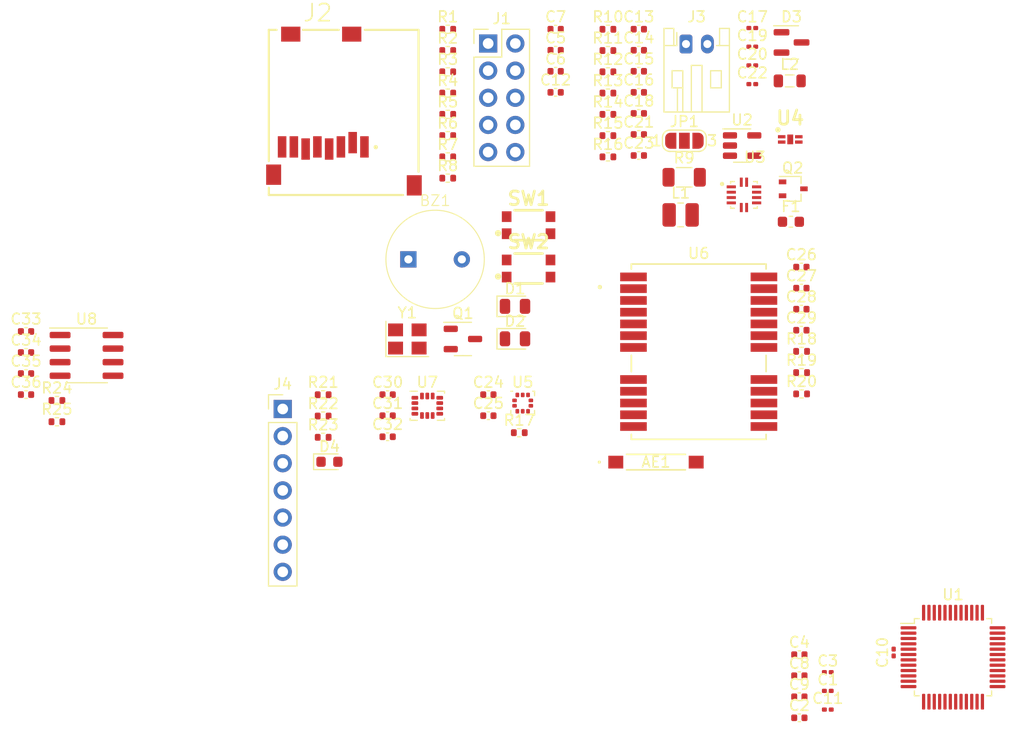
<source format=kicad_pcb>
(kicad_pcb (version 20221018) (generator pcbnew)
  (layers (0 "F.Cu" signal) (31 "B.Cu" signal) (34 "B.Paste" user) (35 "F.Paste" user) (36 "B.SilkS" user "B.Silkscreen") (37 "F.SilkS" user "F.Silkscreen") (38 "B.Mask" user) (39 "F.Mask" user) (44 "Edge.Cuts" user))
  (net 0 "")
  (net 1 "Net-(AE1-FEED)")
  (net 3 "Net-(BZ1--)")
  (net 4 "Net-(BZ1-+)")
  (net 5 "Net-(U1B-VCAP)")
  (net 6 "GND")
  (net 7 "Net-(U1A-PA1{slash}OSCIN)")
  (net 8 "Net-(U1A-PA2{slash}OSCOUT)")
  (net 9 "/Microcontroller/NRST")
  (net 10 "Net-(U2--)")
  (net 11 "Net-(U2-+)")
  (net 12 "/Power/BAT_GND")
  (net 13 "/Microcontroller/I_{SENSE}")
  (net 14 "/Power/3V3A")
  (net 15 "Net-(JP1-B)")
  (net 16 "Net-(U3-SS)")
  (net 17 "/Microcontroller/3V3D")
  (net 18 "/1V8A")
  (net 19 "Net-(U6-TXD)")
  (net 20 "Net-(U6-RXD)")
  (net 21 "Net-(D1-A)")
  (net 22 "Net-(D2-A)")
  (net 23 "Net-(D3-K)")
  (net 24 "/Radio/AUX")
  (net 25 "Net-(D4-A)")
  (net 26 "Net-(J3-Pin_1)")
  (net 28 "/Microcontroller/SWIM")
  (net 33 "/Microcontroller/SPI_NSS")
  (net 34 "/Microcontroller/SPI_MOSI")
  (net 35 "/Microcontroller/SPI_SCK")
  (net 36 "/Microcontroller/SPI_MISO")
  (net 40 "/RADIO_M0")
  (net 41 "/RADIO_M1")
  (net 42 "/RADIO_RXD")
  (net 43 "/RADIO_TXD")
  (net 44 "Net-(JP1-C)")
  (net 45 "Net-(U3-L2)")
  (net 46 "Net-(U3-L1)")
  (net 47 "Net-(Q1-B)")
  (net 48 "/Power/I_{sense_raw}")
  (net 49 "/Microcontroller/LED_GREEN")
  (net 50 "/Microcontroller/LED_RED")
  (net 51 "/Microcontroller/BUTTON")
  (net 52 "/SDA")
  (net 53 "/SCL")
  (net 54 "/Microcontroller/BUZZER_INDICATOR")
  (net 55 "/Microcontroller/VBATT_{SENSE}")
  (net 56 "/Power/PGOOD")
  (net 57 "/PRESSURE_INT")
  (net 58 "/GPS/PPS")
  (net 59 "Net-(U6-PPS)")
  (net 60 "/GPS_RXD")
  (net 61 "/GPS_TXD")
  (net 75 "/IMU_FSYNC")
  (net 76 "/IMU_INT")
  (net 95 "/IMU/INT2")
  (net 96 "/Temperature sensor/3V3D")
  (net 97 "Net-(U8-T+)")
  (net 98 "Net-(U8-T-)")
  (net 99 "/Temperature sensor/T+")
  (net 100 "/Temperature sensor/T-")
  (net 101 "/Temperature sensor/SPI_SCK")
  (net 102 "/Temperature sensor/SPI_NSS")
  (net 103 "/Temperature sensor/SPI_MISO")
  (footprint "Resistor_SMD:R_0402_1005Metric" (layer "F.Cu") (at 164.85 101.37)
    (fp_text reference "R22" (at 0 -1.17) (layer "F.SilkS"))
    (fp_text value "150R")
    (pad "1" smd roundrect (at -0.51 0) (size 0.54 0.64) (layers "F.Cu" "F.Paste" "F.Mask") (net 25 "Net-(D4-A)"))
    (pad "2" smd roundrect (at 0.51 0) (size 0.54 0.64) (layers "F.Cu" "F.Paste" "F.Mask") (net 17 "/Microcontroller/3V3D"))
  )
  (footprint "Inductor_SMD:L_1008_2520Metric" (layer "F.Cu") (at 198.28 82.55)
    (fp_text reference "L1" (at 0 -2.05) (layer "F.SilkS"))
    (fp_text value "1.5uH")
    (pad "1" smd roundrect (at -1.075 0) (size 1.25 2.2) (layers "F.Cu" "F.Paste" "F.Mask") (roundrect_rratio 0.2) (net 45 "Net-(U3-L2)"))
    (pad "2" smd roundrect (at 1.075 0) (size 1.25 2.2) (layers "F.Cu" "F.Paste" "F.Mask") (roundrect_rratio 0.2) (net 46 "Net-(U3-L1)"))
  )
  (footprint "Resistor_SMD:R_0402_1005Metric" (layer "F.Cu") (at 191.48 71.15)
    (fp_text reference "R13" (at 0 -1.17) (layer "F.SilkS"))
    (fp_text value "68k")
    (pad "1" smd roundrect (at -0.51 0) (size 0.54 0.64) (layers "F.Cu" "F.Paste" "F.Mask") (net 10 "Net-(U2--)"))
    (pad "2" smd roundrect (at 0.51 0) (size 0.54 0.64) (layers "F.Cu" "F.Paste" "F.Mask") (net 13 "/Microcontroller/I_{SENSE}"))
  )
  (footprint "Resistor_SMD:R_0402_1005Metric" (layer "F.Cu") (at 176.5 73.14)
    (fp_text reference "R5" (at 0 -1.17) (layer "F.SilkS"))
    (fp_text value "4.7k")
    (pad "1" smd roundrect (at -0.51 0) (size 0.54 0.64) (layers "F.Cu" "F.Paste" "F.Mask") (net 17 "/Microcontroller/3V3D"))
    (pad "2" smd roundrect (at 0.51 0) (size 0.54 0.64) (layers "F.Cu" "F.Paste" "F.Mask") (net 53 "/SCL"))
  )
  (footprint "my_footprints:ANT_ANT8010LL05R1516A_PUL" (layer "F.Cu") (at 195.9733 105.6821)
    (fp_text reference "AE1" (at 0 0 unlocked) (layer "F.SilkS"))
    (fp_text value "Antenna_Chip")
    (pad "1" smd rect (at -3.7592 0) (size 1.397 1.1938) (layers "F.Cu" "F.Paste" "F.Mask") (net 1 "Net-(AE1-FEED)"))
    (pad "2" smd rect (at 3.7592 0) (size 1.397 1.1938) (layers "F.Cu" "F.Paste" "F.Mask"))
  )
  (footprint "Resistor_SMD:R_0402_1005Metric" (layer "F.Cu") (at 176.5 77.12)
    (fp_text reference "R7" (at 0 -1.17) (layer "F.SilkS"))
    (fp_text value "1k")
    (pad "1" smd roundrect (at -0.51 0) (size 0.54 0.64) (layers "F.Cu" "F.Paste" "F.Mask") (net 54 "/Microcontroller/BUZZER_INDICATOR"))
    (pad "2" smd roundrect (at 0.51 0) (size 0.54 0.64) (layers "F.Cu" "F.Paste" "F.Mask") (net 47 "Net-(Q1-B)"))
  )
  (footprint "Capacitor_SMD:C_0402_1005Metric" (layer "F.Cu") (at 137.065 97.395)
    (fp_text reference "C35" (at 0 -1.16) (layer "F.SilkS"))
    (fp_text value "100nF")
    (pad "1" smd roundrect (at -0.48 0) (size 0.56 0.62) (layers "F.Cu" "F.Paste" "F.Mask") (net 6 "GND"))
    (pad "2" smd roundrect (at 0.48 0) (size 0.56 0.62) (layers "F.Cu" "F.Paste" "F.Mask") (net 97 "Net-(U8-T+)"))
  )
  (footprint "Capacitor_SMD:C_0402_1005Metric" (layer "F.Cu") (at 194.37 65.17)
    (fp_text reference "C13" (at 0 -1.16) (layer "F.SilkS"))
    (fp_text value "1.8nF")
    (pad "1" smd roundrect (at -0.48 0) (size 0.56 0.62) (layers "F.Cu" "F.Paste" "F.Mask") (net 10 "Net-(U2--)"))
    (pad "2" smd roundrect (at 0.48 0) (size 0.56 0.62) (layers "F.Cu" "F.Paste" "F.Mask") (net 11 "Net-(U2-+)"))
  )
  (footprint "my_footprints:VQFN-12-HR_2.5x2.5mm_P0.5mm" (layer "F.Cu") (at 204.2 80.675)
    (fp_text reference "U3" (at 1.02195 -3.52405) (layer "F.SilkS") (effects (font (size 1.006866 1.006866))))
    (fp_text value "TPS63051RMWR")
    (pad "1" smd roundrect (at -1.185 -0.75) (size 0.86 0.27) (layers "F.Cu" "F.Paste" "F.Mask") (roundrect_rratio 0.03) (net 46 "Net-(U3-L1)"))
    (pad "2" smd roundrect (at -1.185 -0.25) (size 0.86 0.27) (layers "F.Cu" "F.Paste" "F.Mask") (roundrect_rratio 0.03) (net 6 "GND"))
    (pad "3" smd roundrect (at -1.185 0.25) (size 0.86 0.27) (layers "F.Cu" "F.Paste" "F.Mask") (roundrect_rratio 0.03) (net 45 "Net-(U3-L2)"))
    (pad "4" smd roundrect (at -1.185 0.75) (size 0.86 0.27) (layers "F.Cu" "F.Paste" "F.Mask") (roundrect_rratio 0.03) (net 17 "/Microcontroller/3V3D"))
    (pad "5" smd roundrect (at -0.25 1.185 90) (size 0.86 0.27) (layers "F.Cu" "F.Paste" "F.Mask") (roundrect_rratio 0.03) (net 17 "/Microcontroller/3V3D"))
    (pad "6" smd roundrect (at 0.25 1.185 90) (size 0.86 0.27) (layers "F.Cu" "F.Paste" "F.Mask") (roundrect_rratio 0.03) (net 44 "Net-(JP1-C)"))
    (pad "7" smd roundrect (at 1.185 0.75) (size 0.86 0.27) (layers "F.Cu" "F.Paste" "F.Mask") (roundrect_rratio 0.03) (net 16 "Net-(U3-SS)"))
    (pad "8" smd roundrect (at 1.185 0.25) (size 0.86 0.27) (layers "F.Cu" "F.Paste" "F.Mask") (roundrect_rratio 0.03) (net 56 "/Power/PGOOD"))
    (pad "9" smd roundrect (at 1.185 -0.25) (size 0.86 0.27) (layers "F.Cu" "F.Paste" "F.Mask") (roundrect_rratio 0.03) (net 6 "GND"))
    (pad "10" smd roundrect (at 1.185 -0.75) (size 0.86 0.27) (layers "F.Cu" "F.Paste" "F.Mask") (roundrect_rratio 0.03) (net 6 "GND"))
    (pad "11" smd roundrect (at 0.25 -1.185 90) (size 0.86 0.27) (layers "F.Cu" "F.Paste" "F.Mask") (roundrect_rratio 0.03) (net 15 "Net-(JP1-B)"))
    (pad "12" smd roundrect (at -0.25 -1.185 90) (size 0.86 0.27) (layers "F.Cu" "F.Paste" "F.Mask") (roundrect_rratio 0.03) (net 15 "Net-(JP1-B)"))
  )
  (footprint "Capacitor_SMD:C_0402_1005Metric" (layer "F.Cu") (at 137.065 99.365)
    (fp_text reference "C36" (at 0 -1.16) (layer "F.SilkS"))
    (fp_text value "100nF")
    (pad "1" smd roundrect (at -0.48 0) (size 0.56 0.62) (layers "F.Cu" "F.Paste" "F.Mask") (net 98 "Net-(U8-T-)"))
    (pad "2" smd roundrect (at 0.48 0) (size 0.56 0.62) (layers "F.Cu" "F.Paste" "F.Mask") (net 6 "GND"))
  )
  (footprint "Resistor_SMD:R_0402_1005Metric" (layer "F.Cu") (at 176.5 65.18)
    (fp_text reference "R1" (at 0 -1.17) (layer "F.SilkS"))
    (fp_text value "150R")
    (pad "1" smd roundrect (at -0.51 0) (size 0.54 0.64) (layers "F.Cu" "F.Paste" "F.Mask") (net 49 "/Microcontroller/LED_GREEN"))
    (pad "2" smd roundrect (at 0.51 0) (size 0.54 0.64) (layers "F.Cu" "F.Paste" "F.Mask") (net 21 "Net-(D1-A)"))
  )
  (footprint "Capacitor_SMD:C_0402_1005Metric" (layer "F.Cu") (at 209.38 123.7)
    (fp_text reference "C4" (at 0 -1.16) (layer "F.SilkS"))
    (fp_text value "100nF")
    (pad "1" smd roundrect (at -0.48 0) (size 0.56 0.62) (layers "F.Cu" "F.Paste" "F.Mask") (net 14 "/Power/3V3A"))
    (pad "2" smd roundrect (at 0.48 0) (size 0.56 0.62) (layers "F.Cu" "F.Paste" "F.Mask") (net 6 "GND"))
  )
  (footprint "Package_LGA:ST_HLGA-10_2x2mm_P0.5mm_LayoutBorder3x2y" (layer "F.Cu") (at 183.51 100.16)
    (fp_text reference "U5" (at 0 -1.95) (layer "F.SilkS"))
    (fp_text value "SPL07-003")
    (pad "1" smd roundrect (at -0.7625 -0.25) (size 0.425 0.35) (layers "F.Cu" "F.Paste" "F.Mask") (net 17 "/Microcontroller/3V3D"))
    (pad "2" smd roundrect (at -0.7625 0.25) (size 0.425 0.35) (layers "F.Cu" "F.Paste" "F.Mask") (net 53 "/SCL"))
    (pad "3" smd roundrect (at -0.5 0.7625) (size 0.35 0.425) (layers "F.Cu" "F.Paste" "F.Mask") (net 6 "GND"))
    (pad "4" smd roundrect (at 0 0.7625) (size 0.35 0.425) (layers "F.Cu" "F.Paste" "F.Mask") (net 52 "/SDA"))
    (pad "5" smd roundrect (at 0.5 0.7625) (size 0.35 0.425) (layers "F.Cu" "F.Paste" "F.Mask") (net 57 "/PRESSURE_INT"))
    (pad "6" smd roundrect (at 0.7625 0.25) (size 0.425 0.35) (layers "F.Cu" "F.Paste" "F.Mask"))
    (pad "7" smd roundrect (at 0.7625 -0.25) (size 0.425 0.35) (layers "F.Cu" "F.Paste" "F.Mask"))
    (pad "8" smd roundrect (at 0.5 -0.7625) (size 0.35 0.425) (layers "F.Cu" "F.Paste" "F.Mask") (net 6 "GND"))
    (pad "9" smd roundrect (at 0 -0.7625) (size 0.35 0.425) (layers "F.Cu" "F.Paste" "F.Mask") (net 6 "GND"))
    (pad "10" smd roundrect (at -0.5 -0.7625) (size 0.35 0.425) (layers "F.Cu" "F.Paste" "F.Mask") (net 18 "/1V8A"))
  )
  (footprint "Package_LGA:LGA-14_3x2.5mm_P0.5mm_LayoutBorder3x4y" (layer "F.Cu") (at 174.59 100.41)
    (fp_text reference "U7" (at 0 -2.2) (layer "F.SilkS"))
    (fp_text value "ICM-42670-P")
    (pad "1" smd roundrect (at -1.1625 -0.75) (size 0.625 0.35) (layers "F.Cu" "F.Paste" "F.Mask") (net 6 "GND"))
    (pad "2" smd roundrect (at -1.1625 -0.25) (size 0.625 0.35) (layers "F.Cu" "F.Paste" "F.Mask") (net 6 "GND"))
    (pad "3" smd roundrect (at -1.1625 0.25) (size 0.625 0.35) (layers "F.Cu" "F.Paste" "F.Mask") (net 6 "GND"))
    (pad "4" smd roundrect (at -1.1625 0.75) (size 0.625 0.35) (layers "F.Cu" "F.Paste" "F.Mask") (net 76 "/IMU_INT"))
    (pad "5" smd roundrect (at -0.5 0.9125) (size 0.35 0.625) (layers "F.Cu" "F.Paste" "F.Mask") (net 17 "/Microcontroller/3V3D"))
    (pad "6" smd roundrect (at 0 0.9125) (size 0.35 0.625) (layers "F.Cu" "F.Paste" "F.Mask") (net 6 "GND"))
    (pad "7" smd roundrect (at 0.5 0.9125) (size 0.35 0.625) (layers "F.Cu" "F.Paste" "F.Mask") (net 75 "/IMU_FSYNC"))
    (pad "8" smd roundrect (at 1.1625 0.75) (size 0.625 0.35) (layers "F.Cu" "F.Paste" "F.Mask") (net 18 "/1V8A"))
    (pad "9" smd roundrect (at 1.1625 0.25) (size 0.625 0.35) (layers "F.Cu" "F.Paste" "F.Mask") (net 95 "/IMU/INT2"))
    (pad "10" smd roundrect (at 1.1625 -0.25) (size 0.625 0.35) (layers "F.Cu" "F.Paste" "F.Mask") (net 6 "GND"))
    (pad "11" smd roundrect (at 1.1625 -0.75) (size 0.625 0.35) (layers "F.Cu" "F.Paste" "F.Mask") (net 6 "GND"))
    (pad "12" smd roundrect (at 0.5 -0.9125) (size 0.35 0.625) (layers "F.Cu" "F.Paste" "F.Mask") (net 17 "/Microcontroller/3V3D"))
    (pad "13" smd roundrect (at 0 -0.9125) (size 0.35 0.625) (layers "F.Cu" "F.Paste" "F.Mask") (net 53 "/SCL"))
    (pad "14" smd roundrect (at -0.5 -0.9125) (size 0.35 0.625) (layers "F.Cu" "F.Paste" "F.Mask") (net 52 "/SDA"))
  )
  (footprint "Capacitor_SMD:C_0402_1005Metric" (layer "F.Cu") (at 170.88 101.34)
    (fp_text reference "C31" (at 0 -1.16) (layer "F.SilkS"))
    (fp_text value "2.2uF")
    (pad "1" smd roundrect (at -0.48 0) (size 0.56 0.62) (layers "F.Cu" "F.Paste" "F.Mask") (net 18 "/1V8A"))
    (pad "2" smd roundrect (at 0.48 0) (size 0.56 0.62) (layers "F.Cu" "F.Paste" "F.Mask") (net 6 "GND"))
  )
  (footprint "Resistor_SMD:R_0402_1005Metric" (layer "F.Cu") (at 176.5 67.17)
    (fp_text reference "R2" (at 0 -1.17) (layer "F.SilkS"))
    (fp_text value "470R")
    (pad "1" smd roundrect (at -0.51 0) (size 0.54 0.64) (layers "F.Cu" "F.Paste" "F.Mask") (net 50 "/Microcontroller/LED_RED"))
    (pad "2" smd roundrect (at 0.51 0) (size 0.54 0.64) (layers "F.Cu" "F.Paste" "F.Mask") (net 22 "Net-(D2-A)"))
  )
  (footprint "Resistor_SMD:R_0402_1005Metric" (layer "F.Cu") (at 191.48 75.13)
    (fp_text reference "R15" (at 0 -1.17) (layer "F.SilkS"))
    (fp_text value "1M")
    (pad "1" smd roundrect (at -0.51 0) (size 0.54 0.64) (layers "F.Cu" "F.Paste" "F.Mask") (net 55 "/Microcontroller/VBATT_{SENSE}"))
    (pad "2" smd roundrect (at 0.51 0) (size 0.54 0.64) (layers "F.Cu" "F.Paste" "F.Mask") (net 6 "GND"))
  )
  (footprint "Capacitor_SMD:C_0402_1005Metric" (layer "F.Cu") (at 180.3 101.34)
    (fp_text reference "C25" (at 0 -1.16) (layer "F.SilkS"))
    (fp_text value "100nF")
    (pad "1" smd roundrect (at -0.48 0) (size 0.56 0.62) (layers "F.Cu" "F.Paste" "F.Mask") (net 17 "/Microcontroller/3V3D"))
    (pad "2" smd roundrect (at 0.48 0) (size 0.56 0.62) (layers "F.Cu" "F.Paste" "F.Mask") (net 6 "GND"))
  )
  (footprint "Resistor_SMD:R_0402_1005Metric" (layer "F.Cu") (at 209.59 95.32)
    (fp_text reference "R18" (at 0 -1.17) (layer "F.SilkS"))
    (fp_text value "150R")
    (pad "1" smd roundrect (at -0.51 0) (size 0.54 0.64) (layers "F.Cu" "F.Paste" "F.Mask") (net 58 "/GPS/PPS"))
    (pad "2" smd roundrect (at 0.51 0) (size 0.54 0.64) (layers "F.Cu" "F.Paste" "F.Mask") (net 59 "Net-(U6-PPS)"))
  )
  (footprint "Capacitor_SMD:C_0402_1005Metric" (layer "F.Cu") (at 186.59 71.08)
    (fp_text reference "C12" (at 0 -1.16) (layer "F.SilkS"))
    (fp_text value "100nF")
    (pad "1" smd roundrect (at -0.48 0) (size 0.56 0.62) (layers "F.Cu" "F.Paste" "F.Mask") (net 9 "/Microcontroller/NRST"))
    (pad "2" smd roundrect (at 0.48 0) (size 0.56 0.62) (layers "F.Cu" "F.Paste" "F.Mask") (net 6 "GND"))
  )
  (footprint "Capacitor_SMD:C_0201_0603Metric" (layer "F.Cu") (at 204.98 66.81)
    (fp_text reference "C19" (at 0 -1.05) (layer "F.SilkS"))
    (fp_text value "10uF")
    (pad "1" smd roundrect (at -0.32 0) (size 0.46 0.4) (layers "F.Cu" "F.Mask") (net 17 "/Microcontroller/3V3D"))
    (pad "2" smd roundrect (at 0.32 0) (size 0.46 0.4) (layers "F.Cu" "F.Mask") (net 6 "GND"))
  )
  (footprint "Capacitor_SMD:C_0402_1005Metric" (layer "F.Cu") (at 194.37 69.11)
    (fp_text reference "C15" (at 0 -1.16) (layer "F.SilkS"))
    (fp_text value "22pF")
    (pad "1" smd roundrect (at -0.48 0) (size 0.56 0.62) (layers "F.Cu" "F.Paste" "F.Mask") (net 13 "/Microcontroller/I_{SENSE}"))
    (pad "2" smd roundrect (at 0.48 0) (size 0.56 0.62) (layers "F.Cu" "F.Paste" "F.Mask") (net 10 "Net-(U2--)"))
  )
  (footprint "Resistor_SMD:R_0402_1005Metric" (layer "F.Cu") (at 176.5 69.16)
    (fp_text reference "R3" (at 0 -1.17) (layer "F.SilkS"))
    (fp_text value "1M")
    (pad "1" smd roundrect (at -0.51 0) (size 0.54 0.64) (layers "F.Cu" "F.Paste" "F.Mask") (net 51 "/Microcontroller/BUTTON"))
    (pad "2" smd roundrect (at 0.51 0) (size 0.54 0.64) (layers "F.Cu" "F.Paste" "F.Mask") (net 6 "GND"))
  )
  (footprint "Resistor_SMD:R_0402_1005Metric" (layer "F.Cu") (at 191.48 77.12)
    (fp_text reference "R16" (at 0 -1.17) (layer "F.SilkS"))
    (fp_text value "1M")
    (pad "1" smd roundrect (at -0.51 0) (size 0.54 0.64) (layers "F.Cu" "F.Paste" "F.Mask") (net 17 "/Microcontroller/3V3D"))
    (pad "2" smd roundrect (at 0.51 0) (size 0.54 0.64) (layers "F.Cu" "F.Paste" "F.Mask") (net 56 "/Power/PGOOD"))
  )
  (footprint "Connector_PinHeader_2.54mm:PinHeader_2x05_P2.54mm_Vertical" (layer "F.Cu") (at 180.28 66.51)
    (fp_text reference "J1" (at 1.27 -2.33) (layer "F.SilkS"))
    (fp_text value "Conn_02x05_Odd_Even")
    (pad "1" thru_hole rect (at 0 0) (size 1.7 1.7) (drill 1) (layers "*.Cu" "*.Mask") (net 9 "/Microcontroller/NRST"))
    (pad "2" thru_hole oval (at 2.54 0) (size 1.7 1.7) (drill 1) (layers "*.Cu" "*.Mask"))
    (pad "3" thru_hole oval (at 0 2.54) (size 1.7 1.7) (drill 1) (layers "*.Cu" "*.Mask") (net 28 "/Microcontroller/SWIM"))
    (pad "4" thru_hole oval (at 2.54 2.54) (size 1.7 1.7) (drill 1) (layers "*.Cu" "*.Mask"))
    (pad "5" thru_hole oval (at 0 5.08) (size 1.7 1.7) (drill 1) (layers "*.Cu" "*.Mask") (net 6 "GND"))
    (pad "6" thru_hole oval (at 2.54 5.08) (size 1.7 1.7) (drill 1) (layers "*.Cu" "*.Mask") (net 6 "GND"))
    (pad "7" thru_hole oval (at 0 7.62) (size 1.7 1.7) (drill 1) (layers "*.Cu" "*.Mask") (net 17 "/Microcontroller/3V3D"))
    (pad "8" thru_hole oval (at 2.54 7.62) (size 1.7 1.7) (drill 1) (layers "*.Cu" "*.Mask") (net 17 "/Microcontroller/3V3D"))
    (pad "9" thru_hole oval (at 0 10.16) (size 1.7 1.7) (drill 1) (layers "*.Cu" "*.Mask"))
    (pad "10" thru_hole oval (at 2.54 10.16) (size 1.7 1.7) (drill 1) (layers "*.Cu" "*.Mask"))
  )
  (footprint "Resistor_SMD:R_0402_1005Metric" (layer "F.Cu") (at 164.85 103.36)
    (fp_text reference "R23" (at 0 -1.17) (layer "F.SilkS"))
    (fp_text value "1M")
    (pad "1" smd roundrect (at -0.51 0) (size 0.54 0.64) (layers "F.Cu" "F.Paste" "F.Mask") (net 6 "GND"))
    (pad "2" smd roundrect (at 0.51 0) (size 0.54 0.64) (layers "F.Cu" "F.Paste" "F.Mask") (net 41 "/RADIO_M1"))
  )
  (footprint "Package_TO_SOT_SMD:SOT-23-3" (layer "F.Cu") (at 177.92 94.16)
    (fp_text reference "Q1" (at 0 -2.4) (layer "F.SilkS"))
    (fp_text value "Q_NPN_BEC")
    (pad "1" smd roundrect (at -1.1375 -0.95) (size 1.325 0.6) (layers "F.Cu" "F.Paste" "F.Mask") (net 47 "Net-(Q1-B)"))
    (pad "2" smd roundrect (at -1.1375 0.95) (size 1.325 0.6) (layers "F.Cu" "F.Paste" "F.Mask") (net 6 "GND"))
    (pad "3" smd roundrect (at 1.1375 0) (size 1.325 0.6) (layers "F.Cu" "F.Paste" "F.Mask") (net 4 "Net-(BZ1-+)"))
  )
  (footprint "Capacitor_SMD:C_0402_1005Metric" (layer "F.Cu") (at 180.3 99.37)
    (fp_text reference "C24" (at 0 -1.16) (layer "F.SilkS"))
    (fp_text value "100nF")
    (pad "1" smd roundrect (at -0.48 0) (size 0.56 0.62) (layers "F.Cu" "F.Paste" "F.Mask") (net 18 "/1V8A"))
    (pad "2" smd roundrect (at 0.48 0) (size 0.56 0.62) (layers "F.Cu" "F.Paste" "F.Mask") (net 6 "GND"))
  )
  (footprint "Capacitor_SMD:C_0402_1005Metric" (layer "F.Cu") (at 209.38 125.67)
    (fp_text reference "C8" (at 0 -1.16) (layer "F.SilkS"))
    (fp_text value "100nF")
    (pad "1" smd roundrect (at -0.48 0) (size 0.56 0.62) (layers "F.Cu" "F.Paste" "F.Mask") (net 17 "/Microcontroller/3V3D"))
    (pad "2" smd roundrect (at 0.48 0) (size 0.56 0.62) (layers "F.Cu" "F.Paste" "F.Mask") (net 6 "GND"))
  )
  (footprint "Connector_PinHeader_2.54mm:PinHeader_1x07_P2.54mm_Vertical" (layer "F.Cu") (at 161.07 100.71)
    (fp_text reference "J4" (at 0 -2.33) (layer "F.SilkS"))
    (fp_text value "Conn_01x07")
    (pad "1" thru_hole rect (at 0 0) (size 1.7 1.7) (drill 1) (layers "*.Cu" "*.Mask") (net 40 "/RADIO_M0"))
    (pad "2" thru_hole oval (at 0 2.54) (size 1.7 1.7) (drill 1) (layers "*.Cu" "*.Mask") (net 41 "/RADIO_M1"))
    (pad "3" thru_hole oval (at 0 5.08) (size 1.7 1.7) (drill 1) (layers "*.Cu" "*.Mask") (net 42 "/RADIO_RXD"))
    (pad "4" thru_hole oval (at 0 7.62) (size 1.7 1.7) (drill 1) (layers "*.Cu" "*.Mask") (net 43 "/RADIO_TXD"))
    (pad "5" thru_hole oval (at 0 10.16) (size 1.7 1.7) (drill 1) (layers "*.Cu" "*.Mask") (net 24 "/Radio/AUX"))
    (pad "6" thru_hole oval (at 0 12.7) (size 1.7 1.7) (drill 1) (layers "*.Cu" "*.Mask") (net 17 "/Microcontroller/3V3D"))
    (pad "7" thru_hole oval (at 0 15.24) (size 1.7 1.7) (drill 1) (layers "*.Cu" "*.Mask") (net 6 "GND"))
  )
  (footprint "Capacitor_SMD:C_0402_1005Metric" (layer "F.Cu") (at 194.37 75.02)
    (fp_text reference "C21" (at 0 -1.16) (layer "F.SilkS"))
    (fp_text value "1uF")
    (pad "1" smd roundrect (at -0.48 0) (size 0.56 0.62) (layers "F.Cu" "F.Paste" "F.Mask") (net 14 "/Power/3V3A"))
    (pad "2" smd roundrect (at 0.48 0) (size 0.56 0.62) (layers "F.Cu" "F.Paste" "F.Mask") (net 6 "GND"))
  )
  (footprint "Resistor_SMD:R_0402_1005Metric" (layer "F.Cu") (at 176.5 71.15)
    (fp_text reference "R4" (at 0 -1.17) (layer "F.SilkS"))
    (fp_text value "4.7k")
    (pad "1" smd roundrect (at -0.51 0) (size 0.54 0.64) (layers "F.Cu" "F.Paste" "F.Mask") (net 17 "/Microcontroller/3V3D"))
    (pad "2" smd roundrect (at 0.51 0) (size 0.54 0.64) (layers "F.Cu" "F.Paste" "F.Mask") (net 52 "/SDA"))
  )
  (footprint "Capacitor_SMD:C_0201_0603Metric" (layer "F.Cu") (at 204.98 70.31)
    (fp_text reference "C22" (at 0 -1.05) (layer "F.SilkS"))
    (fp_text value "10uF")
    (pad "1" smd roundrect (at -0.32 0) (size 0.46 0.4) (layers "F.Cu" "F.Mask") (net 14 "/Power/3V3A"))
    (pad "2" smd roundrect (at 0.32 0) (size 0.46 0.4) (layers "F.Cu" "F.Mask") (net 6 "GND"))
  )
  (footprint "Resistor_SMD:R_1206_3216Metric" (layer "F.Cu") (at 198.61 79.03)
    (fp_text reference "R9" (at 0 -1.82) (layer "F.SilkS"))
    (fp_text value "0.1R")
    (pad "1" smd roundrect (at -1.4625 0) (size 1.125 1.75) (layers "F.Cu" "F.Paste" "F.Mask") (roundrect_rratio 0.222222) (net 12 "/Power/BAT_GND"))
    (pad "2" smd roundrect (at 1.4625 0) (size 1.125 1.75) (layers "F.Cu" "F.Paste" "F.Mask") (roundrect_rratio 0.222222) (net 48 "/Power/I_{sense_raw}"))
  )
  (footprint "Resistor_SMD:R_0402_1005Metric" (layer "F.Cu") (at 183.19 102.93)
    (fp_text reference "R17" (at 0 -1.17) (layer "F.SilkS"))
    (fp_text value "DNP")
    (pad "1" smd roundrect (at -0.51 0) (size 0.54 0.64) (layers "F.Cu" "F.Paste" "F.Mask") (net 57 "/PRESSURE_INT"))
    (pad "2" smd roundrect (at 0.51 0) (size 0.54 0.64) (layers "F.Cu" "F.Paste" "F.Mask") (net 6 "GND"))
  )
  (footprint "Capacitor_SMD:C_0402_1005Metric" (layer "F.Cu") (at 194.37 73.05)
    (fp_text reference "C18" (at 0 -1.16) (layer "F.SilkS"))
    (fp_text value "100nF")
    (pad "1" smd roundrect (at -0.48 0) (size 0.56 0.62) (layers "F.Cu" "F.Paste" "F.Mask") (net 16 "Net-(U3-SS)"))
    (pad "2" smd roundrect (at 0.48 0) (size 0.56 0.62) (layers "F.Cu" "F.Paste" "F.Mask") (net 6 "GND"))
  )
  (footprint "Capacitor_SMD:C_0402_1005Metric" (layer "F.Cu") (at 170.88 99.37)
    (fp_text reference "C30" (at 0 -1.16) (layer "F.SilkS"))
    (fp_text value "100nF")
    (pad "1" smd roundrect (at -0.48 0) (size 0.56 0.62) (layers "F.Cu" "F.Paste" "F.Mask") (net 18 "/1V8A"))
    (pad "2" smd roundrect (at 0.48 0) (size 0.56 0.62) (layers "F.Cu" "F.Paste" "F.Mask") (net 6 "GND"))
  )
  (footprint "Resistor_SMD:R_0402_1005Metric" (layer "F.Cu") (at 139.955 99.915)
    (fp_text reference "R24" (at 0 -1.17) (layer "F.SilkS"))
    (fp_text value "150R")
    (pad "1" smd roundrect (at -0.51 0) (size 0.54 0.64) (layers "F.Cu" "F.Paste" "F.Mask") (net 99 "/Temperature sensor/T+"))
    (pad "2" smd roundrect (at 0.51 0) (size 0.54 0.64) (layers "F.Cu" "F.Paste" "F.Mask") (net 97 "Net-(U8-T+)"))
  )
  (footprint "my_footprints:buzzer_Dia9.2mm_P5mm" (layer "F.Cu") (at 175.32 86.71)
    (fp_text reference "BZ1" (at 0 -5.5 unlocked) (layer "F.SilkS") (effects (font (thickness 0.1))))
    (fp_text value "Buzzer_indicator")
    (pad "1" thru_hole rect (at -2.5 0) (size 1.524 1.524) (drill 0.762) (layers "*.Cu" "*.Mask") (net 3 "Net-(BZ1--)"))
    (pad "2" thru_hole circle (at 2.5 0) (size 1.524 1.524) (drill 0.762) (layers "*.Cu" "*.Mask") (net 4 "Net-(BZ1-+)"))
  )
  (footprint "Resistor_SMD:R_0402_1005Metric" (layer "F.Cu") (at 176.5 75.13)
    (fp_text reference "R6" (at 0 -1.17) (layer "F.SilkS"))
    (fp_text value "1M")
    (pad "1" smd roundrect (at -0.51 0) (size 0.54 0.64) (layers "F.Cu" "F.Paste" "F.Mask") (net 17 "/Microcontroller/3V3D"))
    (pad "2" smd roundrect (at 0.51 0) (size 0.54 0.64) (layers "F.Cu" "F.Paste" "F.Mask") (net 9 "/Microcontroller/NRST"))
  )
  (footprint "Capacitor_SMD:C_0402_1005Metric" (layer "F.Cu") (at 186.59 69.11)
    (fp_text reference "C6" (at 0 -1.16) (layer "F.SilkS"))
    (fp_text value "33pF")
    (pad "1" smd roundrect (at -0.48 0) (size 0.56 0.62) (layers "F.Cu" "F.Paste" "F.Mask") (net 8 "Net-(U1A-PA2{slash}OSCOUT)"))
    (pad "2" smd roundrect (at 0.48 0) (size 0.56 0.62) (layers "F.Cu" "F.Paste" "F.Mask") (net 6 "GND"))
  )
  (footprint "Capacitor_SMD:C_0201_0603Metric" (layer "F.Cu") (at 218.2 123.5 90)
    (fp_text reference "C10" (at 0 -1.05 90) (layer "F.SilkS"))
    (fp_text value "10uF")
    (pad "1" smd roundrect (at -0.32 0 90) (size 0.46 0.4) (layers "F.Cu" "F.Mask") (net 17 "/Microcontroller/3V3D"))
    (pad "2" smd roundrect (at 0.32 0 90) (size 0.46 0.4) (layers "F.Cu" "F.Mask") (net 6 "GND"))
  )
  (footprint "Capacitor_SMD:C_0201_0603Metric" (layer "F.Cu") (at 212.04 125.34)
    (fp_text reference "C3" (at 0 -1.05) (layer "F.SilkS"))
    (fp_text value "10uF")
    (pad "1" smd roundrect (at -0.32 0) (size 0.46 0.4) (layers "F.Cu" "F.Mask") (net 14 "/Power/3V3A"))
    (pad "2" smd roundrect (at 0.32 0) (size 0.46 0.4) (layers "F.Cu" "F.Mask") (net 6 "GND"))
  )
  (footprint "Capacitor_SMD:C_0402_1005Metric" (layer "F.Cu") (at 137.065 95.425)
    (fp_text reference "C34" (at 0 -1.16) (layer "F.SilkS"))
    (fp_text value "1uF")
    (pad "1" smd roundrect (at -0.48 0) (size 0.56 0.62) (layers "F.Cu" "F.Paste" "F.Mask") (net 97 "Net-(U8-T+)"))
    (pad "2" smd roundrect (at 0.48 0) (size 0.56 0.62) (layers "F.Cu" "F.Paste" "F.Mask") (net 98 "Net-(U8-T-)"))
  )
  (footprint "Capacitor_SMD:C_0402_1005Metric" (layer "F.Cu") (at 186.59 65.17)
    (fp_text reference "C7" (at 0 -1.16) (layer "F.SilkS"))
    (fp_text value "1uF")
    (pad "1" smd roundrect (at -0.48 0) (size 0.56 0.62) (layers "F.Cu" "F.Paste" "F.Mask") (net 5 "Net-(U1B-VCAP)"))
    (pad "2" smd roundrect (at 0.48 0) (size 0.56 0.62) (layers "F.Cu" "F.Paste" "F.Mask") (net 6 "GND"))
  )
  (footprint "Capacitor_SMD:C_0402_1005Metric" (layer "F.Cu") (at 194.37 67.14)
    (fp_text reference "C14" (at 0 -1.16) (layer "F.SilkS"))
    (fp_text value "1.8nF")
    (pad "1" smd roundrect (at -0.48 0) (size 0.56 0.62) (layers "F.Cu" "F.Paste" "F.Mask") (net 11 "Net-(U2-+)"))
    (pad "2" smd roundrect (at 0.48 0) (size 0.56 0.62) (layers "F.Cu" "F.Paste" "F.Mask") (net 12 "/Power/BAT_GND"))
  )
  (footprint "Resistor_SMD:R_0402_1005Metric" (layer "F.Cu") (at 191.48 69.16)
    (fp_text reference "R12" (at 0 -1.17) (layer "F.SilkS"))
    (fp_text value "10k")
    (pad "1" smd roundrect (at -0.51 0) (size 0.54 0.64) (layers "F.Cu" "F.Paste" "F.Mask") (net 15 "Net-(JP1-B)"))
    (pad "2" smd roundrect (at 0.51 0) (size 0.54 0.64) (layers "F.Cu" "F.Paste" "F.Mask") (net 23 "Net-(D3-K)"))
  )
  (footprint "my_footprints:TDFN-4-1EP_1.2x1.6mm_P0.5mm" (layer "F.Cu") (at 208.53 75.485)
    (fp_text reference "U4" (at 0 -2) (layer "F.SilkS") (effects (font (size 1.27 1.27) (thickness 0.254))))
    (fp_text value "MIC94310-GYMT-TR" hide)
    (pad "1" smd rect (at -0.8 -0.25 90) (size 0.3 0.7) (layers "F.Cu" "F.Paste" "F.Mask") (net 18 "/1V8A"))
    (pad "2" smd rect (at -0.8 0.25 90) (size 0.3 0.7) (layers "F.Cu" "F.Paste" "F.Mask") (net 6 "GND"))
    (pad "3" smd rect (at 0.8 0.25 90) (size 0.3 0.7) (layers "F.Cu" "F.Paste" "F.Mask") (net 14 "/Power/3V3A"))
    (pad "4" smd rect (at 0.8 -0.25 90) (size 0.3 0.7) (layers "F.Cu" "F.Paste" "F.Mask") (net 14 "/Power/3V3A"))
    (pad "5" smd rect (at 0 0) (size 0.55 0.91) (layers "F.Cu" "F.Paste" "F.Mask") (net 6 "GND"))
  )
  (footprint "Resistor_SMD:R_0402_1005Metric" (layer "F.Cu") (at 139.955 101.905)
    (fp_text reference "R25" (at 0 -1.17) (layer "F.SilkS"))
    (fp_text value "150R")
    (pad "1" smd roundrect (at -0.51 0) (size 0.54 0.64) (layers "F.Cu" "F.Paste" "F.Mask") (net 100 "/Temperature sensor/T-"))
    (pad "2" smd roundrect (at 0.51 0) (size 0.54 0.64) (layers "F.Cu" "F.Paste" "F.Mask") (net 98 "Net-(U8-T-)"))
  )
  (footprint "Resistor_SMD:R_0402_1005Metric" (layer "F.Cu") (at 209.59 97.31)
    (fp_text reference "R19" (at 0 -1.17) (layer "F.SilkS"))
    (fp_text value "0R")
    (pad "1" smd roundrect (at -0.51 0) (size 0.54 0.64) (layers "F.Cu" "F.Paste" "F.Mask") (net 20 "Net-(U6-RXD)"))
    (pad "2" smd roundrect (at 0.51 0) (size 0.54 0.64) (layers "F.Cu" "F.Paste" "F.Mask") (net 60 "/GPS_RXD"))
  )
  (footprint "Crystal:Crystal_SMD_3225-4Pin_3.2x2.5mm" (layer "F.Cu") (at 172.72 94.16)
    (fp_text reference "Y1" (at 0 -2.45) (layer "F.SilkS"))
    (fp_text value "12MHz")
    (pad "1" smd rect (at -1.1 0.85) (size 1.4 1.2) (layers "F.Cu" "F.Paste" "F.Mask") (net 7 "Net-(U1A-PA1{slash}OSCIN)"))
    (pad "2" smd rect (at 1.1 0.85) (size 1.4 1.2) (layers "F.Cu" "F.Paste" "F.Mask") (net 6 "GND"))
    (pad "3" smd rect (at 1.1 -0.85) (size 1.4 1.2) (layers "F.Cu" "F.Paste" "F.Mask") (net 8 "Net-(U1A-PA2{slash}OSCOUT)"))
    (pad "4" smd rect (at -1.1 -0.85) (size 1.4 1.2) (layers "F.Cu" "F.Paste" "F.Mask") (net 6 "GND"))
  )
  (footprint "Resistor_SMD:R_0402_1005Metric" (layer "F.Cu") (at 176.5 79.11)
    (fp_text reference "R8" (at 0 -1.17) (layer "F.SilkS"))
    (fp_text value "0R")
    (pad "1" smd roundrect (at -0.51 0) (size 0.54 0.64) (layers "F.Cu" "F.Paste" "F.Mask") (net 17 "/Microcontroller/3V3D"))
    (pad "2" smd roundrect (at 0.51 0) (size 0.54 0.64) (layers "F.Cu" "F.Paste" "F.Mask") (net 3 "Net-(BZ1--)"))
  )
  (footprint "Capacitor_SMD:C_0402_1005Metric" (layer "F.Cu") (at 194.37 71.08)
    (fp_text reference "C16" (at 0 -1.16) (layer "F.SilkS"))
    (fp_text value "100nF")
    (pad "1" smd roundrect (at -0.48 0) (size 0.56 0.62) (layers "F.Cu" "F.Paste" "F.Mask") (net 14 "/Power/3V3A"))
    (pad "2" smd roundrect (at 0.48 0) (size 0.56 0.62) (layers "F.Cu" "F.Paste" "F.Mask") (net 6 "GND"))
  )
  (footprint "Inductor_SMD:L_0805_2012Metric" (layer "F.Cu") (at 208.48 70.01)
    (fp_text reference "L2" (at 0 -1.55) (layer "F.SilkS"))
    (fp_text value "3.3uH")
    (pad "1" smd roundrect (at -1.0625 0) (size 0.875 1.2) (layers "F.Cu" "F.Paste" "F.Mask") (net 17 "/Microcontroller/3V3D"))
    (pad "2" smd roundrect (at 1.0625 0) (size 0.875 1.2) (layers "F.Cu" "F.Paste" "F.Mask") (net 14 "/Power/3V3A"))
  )
  (footprint "my_footprints:KMR2_1" (layer "F.Cu") (at 184.06 83.512)
    (fp_text reference "SW1" (at 0 -2.5) (layer "F.SilkS") (effects (font (size 1.27 1.27) (thickness 0.254))))
    (fp_text value "SW_Push" hide)
    (pad "1" smd rect (at -2.05 0.8) (size 0.9 1) (layers "F.Cu" "F.Paste" "F.Mask") (net 51 "/Microcontroller/BUTTON"))
    (pad "2" smd rect (at 2.05 0.8) (size 0.9 1) (layers "F.Cu" "F.Paste" "F.Mask") (net 17 "/Microcontroller/3V3D"))
    (pad "3" smd rect (at 2.05 -0.8) (size 0.9 1) (layers "F.Cu" "F.Paste" "F.Mask"))
    (pad "4" smd rect (at -2.05 -0.8) (size 0.9 1) (layers "F.Cu" "F.Paste" "F.Mask"))
  )
  (footprint "Jumper:SolderJumper-3_P1.3mm_Open_RoundedPad1.0x1.5mm_NumberLabels" (layer "F.Cu") (at 198.63 75.61)
    (fp_text reference "JP1" (at 0 -1.8) (layer "F.SilkS"))
    (fp_text value "PFM")
    (fp_text user "1" (at -2.6 0) (layer "F.SilkS"))
    (fp_text user "3" (at 2.6 0) (layer "F.SilkS"))
    (pad "1" smd custom (at -1.3 0) (size 1 0.5) (layers "F.Cu" "F.Mask") (net 6 "GND") (options (clearance outline) (anchor rect)) (primitives (gr_circle (center 0 0.25) (end 0.5 0.25) (width 0) (fill yes)) (gr_circle (center 0 -0.25) (end 0.5 -0.25) (width 0) (fill yes)) (gr_poly (pts (xy 0.55 0.75) (xy 0 0.75) (xy 0 -0.75) (xy 0.55 -0.75)) (width 0) (fill yes))))
    (pad "2" smd rect (at 0 0) (size 1 1.5) (layers "F.Cu" "F.Mask") (net 44 "Net-(JP1-C)"))
    (pad "3" smd custom (at 1.3 0) (size 1 0.5) (layers "F.Cu" "F.Mask") (net 15 "Net-(JP1-B)") (options (clearance outline) (anchor rect)) (primitives (gr_circle (center 0 0.25) (end 0.5 0.25) (width 0) (fill yes)) (gr_circle (center 0 -0.25) (end 0.5 -0.25) (width 0) (fill yes)) (gr_poly (pts (xy 0 0.75) (xy -0.55 0.75) (xy -0.55 -0.75) (xy 0 -0.75)) (width 0) (fill yes))))
  )
  (footprint "Capacitor_SMD:C_0201_0603Metric" (layer "F.Cu") (at 212.04 127.09)
    (fp_text reference "C1" (at 0 -1.05) (layer "F.SilkS"))
    (fp_text value "10uF")
    (pad "1" smd roundrect (at -0.32 0) (size 0.46 0.4) (layers "F.Cu" "F.Mask") (net 17 "/Microcontroller/3V3D"))
    (pad "2" smd roundrect (at 0.32 0) (size 0.46 0.4) (layers "F.Cu" "F.Mask") (net 6 "GND"))
  )
  (footprint "Resistor_SMD:R_0402_1005Metric" (layer "F.Cu") (at 191.48 67.17)
    (fp_text reference "R11" (at 0 -1.17) (layer "F.SilkS"))
    (fp_text value "1k")
    (pad "1" smd roundrect (at -0.51 0) (size 0.54 0.64) (layers "F.Cu" "F.Paste" "F.Mask") (net 48 "/Power/I_{sense_raw}"))
    (pad "2" smd roundrect (at 0.51 0) (size 0.54 0.64) (layers "F.Cu" "F.Paste" "F.Mask") (net 11 "Net-(U2-+)"))
  )
  (footprint "Capacitor_SMD:C_0402_1005Metric" (layer "F.Cu") (at 186.59 67.14)
    (fp_text reference "C5" (at 0 -1.16) (layer "F.SilkS"))
    (fp_text value "33pF")
    (pad "1" smd roundrect (at -0.48 0) (size 0.56 0.62) (layers "F.Cu" "F.Paste" "F.Mask") (net 6 "GND"))
    (pad "2" smd roundrect (at 0.48 0) (size 0.56 0.62) (layers "F.Cu" "F.Paste" "F.Mask") (net 7 "Net-(U1A-PA1{slash}OSCIN)"))
  )
  (footprint "Capacitor_SMD:C_0402_1005Metric" (layer "F.Cu") (at 209.57 87.43)
    (fp_text reference "C26" (at 0 -1.16) (layer "F.SilkS"))
    (fp_text value "2.2uF")
    (pad "1" smd roundrect (at -0.48 0) (size 0.56 0.62) (layers "F.Cu" "F.Paste" "F.Mask") (net 17 "/Microcontroller/3V3D"))
    (pad "2" smd roundrect (at 0.48 0) (size 0.56 0.62) (layers "F.Cu" "F.Paste" "F.Mask") (net 6 "GND"))
  )
  (footprint "Capacitor_SMD:C_0402_1005Metric" (layer "F.Cu") (at 209.57 93.34)
    (fp_text reference "C29" (at 0 -1.16) (layer "F.SilkS"))
    (fp_text value "100pF")
    (pad "1" smd roundrect (at -0.48 0) (size 0.56 0.62) (layers "F.Cu" "F.Paste" "F.Mask") (net 20 "Net-(U6-RXD)"))
    (pad "2" smd roundrect (at 0.48 0) (size 0.56 0.62) (layers "F.Cu" "F.Paste" "F.Mask") (net 6 "GND"))
  )
  (footprint "Package_QFP:LQFP-48_7x7mm_P0.5mm" (layer "F.Cu") (at 223.75 123.9375)
    (fp_text reference "U1" (at 0 -5.85) (layer "F.SilkS"))
    (fp_text value "STM8S007C8T6TR")
    (pad "1" smd roundrect (at -4.1625 -2.75) (size 1.475 0.3) (layers "F.Cu" "F.Paste" "F.Mask") (net 9 "/Microcontroller/NRST"))
    (pad "2" smd roundrect (at -4.1625 -2.25) (size 1.475 0.3) (layers "F.Cu" "F.Paste" "F.Mask") (net 7 "Net-(U1A-PA1{slash}OSCIN)"))
    (pad "3" smd roundrect (at -4.1625 -1.75) (size 1.475 0.3) (layers "F.Cu" "F.Paste" "F.Mask") (net 8 "Net-(U1A-PA2{slash}OSCOUT)"))
    (pad "4" smd roundrect (at -4.1625 -1.25) (size 1.475 0.3) (layers "F.Cu" "F.Paste" "F.Mask") (net 6 "GND"))
    (pad "5" smd roundrect (at -4.1625 -0.75) (size 1.475 0.3) (layers "F.Cu" "F.Paste" "F.Mask") (net 6 "GND"))
    (pad "6" smd roundrect (at -4.1625 -0.25) (size 1.475 0.3) (layers "F.Cu" "F.Paste" "F.Mask") (net 5 "Net-(U1B-VCAP)"))
    (pad "7" smd roundrect (at -4.1625 0.25) (size 1.475 0.3) (layers "F.Cu" "F.Paste" "F.Mask") (net 17 "/Microcontroller/3V3D"))
    (pad "8" smd roundrect (at -4.1625 0.75) (size 1.475 0.3) (layers "F.Cu" "F.Paste" "F.Mask") (net 17 "/Microcontroller/3V3D"))
    (pad "9" smd roundrect (at -4.1625 1.25) (size 1.475 0.3) (layers "F.Cu" "F.Paste" "F.Mask"))
    (pad "10" smd roundrect (at -4.1625 1.75) (size 1.475 0.3) (layers "F.Cu" "F.Paste" "F.Mask") (net 43 "/RADIO_TXD"))
    (pad "11" smd roundrect (at -4.1625 2.25) (size 1.475 0.3) (layers "F.Cu" "F.Paste" "F.Mask") (net 42 "/RADIO_RXD"))
    (pad "12" smd roundrect (at -4.1625 2.75) (size 1.475 0.3) (layers "F.Cu" "F.Paste" "F.Mask"))
    (pad "13" smd roundrect (at -2.75 4.1625) (size 0.3 1.475) (layers "F.Cu" "F.Paste" "F.Mask") (net 14 "/Power/3V3A"))
    (pad "14" smd roundrect (at -2.25 4.1625) (size 0.3 1.475) (layers "F.Cu" "F.Paste" "F.Mask") (net 6 "GND"))
    (pad "15" smd roundrect (at -1.75 4.1625) (size 0.3 1.475) (layers "F.Cu" "F.Paste" "F.Mask") (net 13 "/Microcontroller/I_{SENSE}"))
    (pad "16" smd roundrect (at -1.25 4.1625) (size 0.3 1.475) (layers "F.Cu" "F.Paste" "F.Mask") (net 55 "/Microcontroller/VBATT_{SENSE}"))
    (pad "17" smd roundrect (at -0.75 4.1625) (size 0.3 1.475) (layers "F.Cu" "F.Paste" "F.Mask") (net 52 "/SDA"))
    (pad "18" smd roundrect (at -0.25 4.1625) (size 0.3 1.475) (layers "F.Cu" "F.Paste" "F.Mask") (net 53 "/SCL"))
    (pad "19" smd roundrect (at 0.25 4.1625) (size 0.3 1.475) (layers "F.Cu" "F.Paste" "F.Mask"))
    (pad "20" smd roundrect (at 0.75 4.1625) (size 0.3 1.475) (layers "F.Cu" "F.Paste" "F.Mask"))
    (pad "21" smd roundrect (at 1.25 4.1625) (size 0.3 1.475) (layers "F.Cu" "F.Paste" "F.Mask"))
    (pad "22" smd roundrect (at 1.75 4.1625) (size 0.3 1.475) (layers "F.Cu" "F.Paste" "F.Mask"))
    (pad "23" smd roundrect (at 2.25 4.1625) (size 0.3 1.475) (layers "F.Cu" "F.Paste" "F.Mask"))
    (pad "24" smd roundrect (at 2.75 4.1625) (size 0.3 1.475) (layers "F.Cu" "F.Paste" "F.Mask"))
    (pad "25" smd roundrect (at 4.1625 2.75) (size 1.475 0.3) (layers "F.Cu" "F.Paste" "F.Mask") (net 33 "/Microcontroller/SPI_NSS"))
    (pad "26" smd roundrect (at 4.1625 2.25) (size 1.475 0.3) (layers "F.Cu" "F.Paste" "F.Mask"))
    (pad "27" smd roundrect (at 4.1625 1.75) (size 1.475 0.3) (layers "F.Cu" "F.Paste" "F.Mask"))
    (pad "28" smd roundrect (at 4.1625 1.25) (size 1.475 0.3) (layers "F.Cu" "F.Paste" "F.Mask") (net 41 "/RADIO_M1"))
    (pad "29" smd roundrect (at 4.1625 0.75) (size 1.475 0.3) (layers "F.Cu" "F.Paste" "F.Mask") (net 40 "/RADIO_M0"))
    (pad "30" smd roundrect (at 4.1625 0.25) (size 1.475 0.3) (layers "F.Cu" "F.Paste" "F.Mask") (net 35 "/Microcontroller/SPI_SCK"))
    (pad "31" smd roundrect (at 4.1625 -0.25) (size 1.475 0.3) (layers "F.Cu" "F.Paste" "F.Mask") (net 6 "GND"))
    (pad "32" smd roundrect (at 4.1625 -0.75) (size 1.475 0.3) (layers "F.Cu" "F.Paste" "F.Mask") (net 17 "/Microcontroller/3V3D"))
    (pad "33" smd roundrect (at 4.1625 -1.25) (size 1.475 0.3) (layers "F.Cu" "F.Paste" "F.Mask") (net 34 "/Microcontroller/SPI_MOSI"))
    (pad "34" smd roundrect (at 4.1625 -1.75) (size 1.475 0.3) (layers "F.Cu" "F.Paste" "F.Mask") (net 36 "/Microcontroller/SPI_MISO"))
    (pad "35" smd roundrect (at 4.1625 -2.25) (size 1.475 0.3) (layers "F.Cu" "F.Paste" "F.Mask"))
    (pad "36" smd roundrect (at 4.1625 -2.75) (size 1.475 0.3) (layers "F.Cu" "F.Paste" "F.Mask"))
    (pad "37" smd roundrect (at 2.75 -4.1625) (size 0.3 1.475) (layers "F.Cu" "F.Paste" "F.Mask") (net 54 "/Microcontroller/BUZZER_INDICATOR"))
    (pad "38" smd roundrect (at 2.25 -4.1625) (size 0.3 1.475) (layers "F.Cu" "F.Paste" "F.Mask") (net 49 "/Microcontroller/LED_GREEN"))
    (pad "39" smd roundrect (at 1.75 -4.1625) (size 0.3 1.475) (layers "F.Cu" "F.Paste" "F.Mask") (net 50 "/Microcontroller/LED_RED"))
    (pad "40" smd roundrect (at 1.25 -4.1625) (size 0.3 1.475) (layers "F.Cu" "F.Paste" "F.Mask") (net 51 "/Microcontroller/BUTTON"))
    (pad "41" smd roundrect (at 0.75 -4.1625) (size 0.3 1.475) (layers "F.Cu" "F.Paste" "F.Mask"))
    (pad "42" smd roundrect (at 0.25 -4.1625) (size 0.3 1.475) (layers "F.Cu" "F.Paste" "F.Mask") (net 28 "/Microcontroller/SWIM"))
    (pad "43" smd roundrect (at -0.25 -4.1625) (size 0.3 1.475) (layers "F.Cu" "F.Paste" "F.Mask") (net 57 "/PRESSURE_INT"))
    (pad "44" smd roundrect (at -0.75 -4.1625) (size 0.3 1.475) (layers "F.Cu" "F.Paste" "F.Mask") (net 75 "/IMU_FSYNC"))
    (pad "45" smd roundrect (at -1.25 -4.1625) (size 0.3 1.475) (layers "F.Cu" "F.Paste" "F.Mask") (net 76 "/IMU_INT"))
    (pad "46" smd roundrect (at -1.75 -4.1625) (size 0.3 1.475) (layers "F.Cu" "F.Paste" "F.Mask") (net 60 "/GPS_RXD"))
    (pad "47" smd roundrect (at -2.25 -4.1625) (size 0.3 1.475) (layers "F.Cu" "F.Paste" "F.Mask") (net 61 "/GPS_TXD"))
    (pad "48" smd roundrect (at -2.75 -4.1625) (size 0.3 1.475) (layers "F.Cu" "F.Paste" "F.Mask"))
  )
  (footprint "Package_SO:SOIC-8_3.9x4.9mm_P1.27mm" (layer "F.Cu") (at 142.725 95.695)
    (fp_text reference "U8" (at 0 -3.4) (layer "F.SilkS"))
    (fp_text value "MAX31855KASA")
    (pad "1" smd roundrect (at -2.475 -1.905) (size 1.95 0.6) (layers "F.Cu" "F.Paste" "F.Mask") (net 6 "GND"))
    (pad "2" smd roundrect (at -2.475 -0.635) (size 1.95 0.6) (layers "F.Cu" "F.Paste" "F.Mask") (net 98 "Net-(U8-T-)"))
    (pad "3" smd roundrect (at -2.475 0.635) (size 1.95 0.6) (layers "F.Cu" "F.Paste" "F.Mask") (net 97 "Net-(U8-T+)"))
    (pad "4" smd roundrect (at -2.475 1.905) (size 1.95 0.6) (layers "F.Cu" "F.Paste" "F.Mask") (net 96 "/Temperature sensor/3V3D"))
    (pad "5" smd roundrect (at 2.475 1.905) (size 1.95 0.6) (layers "F.Cu" "F.Paste" "F.Mask") (net 101 "/Temperature sensor/SPI_SCK"))
    (pad "6" smd roundrect (at 2.475 0.635) (size 1.95 0.6) (layers "F.Cu" "F.Paste" "F.Mask") (net 102 "/Temperature sensor/SPI_NSS"))
    (pad "7" smd roundrect (at 2.475 -0.635) (size 1.95 0.6) (layers "F.Cu" "F.Paste" "F.Mask") (net 103 "/Temperature sensor/SPI_MISO"))
    (pad "8" smd roundrect (at 2.475 -1.905) (size 1.95 0.6) (layers "F.Cu" "F.Paste" "F.Mask"))
  )
  (footprint "Capacitor_SMD:C_0201_0603Metric" (layer "F.Cu") (at 212.04 128.84)
    (fp_text reference "C11" (at 0 -1.05) (layer "F.SilkS"))
    (fp_text value "10uF")
    (pad "1" smd roundrect (at -0.32 0) (size 0.46 0.4) (layers "F.Cu" "F.Mask") (net 17 "/Microcontroller/3V3D"))
    (pad "2" smd roundrect (at 0.32 0) (size 0.46 0.4) (layers "F.Cu" "F.Mask") (net 6 "GND"))
  )
  (footprint "LED_SMD:LED_0805_2012Metric" (layer "F.Cu") (at 182.79 94.145)
    (fp_text reference "D2" (at 0 -1.65) (layer "F.SilkS"))
    (fp_text value "Red")
    (pad "1" smd roundrect (at -0.9375 0) (size 0.975 1.4) (layers "F.Cu" "F.Paste" "F.Mask") (net 6 "GND"))
    (pad "2" smd roundrect (at 0.9375 0) (size 0.975 1.4) (layers "F.Cu" "F.Paste" "F.Mask") (net 22 "Net-(D2-A)"))
  )
  (footprint "Resistor_SMD:R_0402_1005Metric" (layer "F.Cu") (at 191.48 73.14)
    (fp_text reference "R14" (at 0 -1.17) (layer "F.SilkS"))
    (fp_text value "1M")
    (pad "1" smd roundrect (at -0.51 0) (size 0.54 0.64) (layers "F.Cu" "F.Paste" "F.Mask") (net 15 "Net-(JP1-B)"))
    (pad "2" smd roundrect (at 0.51 0) (size 0.54 0.64) (layers "F.Cu" "F.Paste" "F.Mask") (net 55 "/Microcontroller/VBATT_{SENSE}"))
  )
  (footprint "my_footprints:MEM2061-01-188-00-A" (layer "F.Cu") (at 166.77 72.96)
    (fp_text reference "J2" (at -2.42133 -9.32106) (layer "F.SilkS") (effects (font (size 1.600866 1.600866))))
    (fp_text value "MEM2061-01-188-00-A_REVA")
    (pad "1" smd rect (at 1.94 3.225) (size 0.8 2) (layers "F.Cu" "F.Paste" "F.Mask"))
    (pad "2" smd rect (at 0.84 2.825) (size 0.8 2) (layers "F.Cu" "F.Paste" "F.Mask") (net 33 "/Microcontroller/SPI_NSS"))
    (pad "3" smd rect (at -0.26 3.225) (size 0.8 2) (layers "F.Cu" "F.Paste" "F.Mask") (net 34 "/Microcontroller/SPI_MOSI"))
    (pad "4" smd rect (at -1.36 3.425) (size 0.8 2) (layers "F.Cu" "F.Paste" "F.Mask") (net 17 "/Microcontroller/3V3D"))
    (pad "5" smd rect (at -2.46 3.225) (size 0.8 2) (layers "F.Cu" "F.Paste" "F.Mask") (net 35 "/Microcontroller/SPI_SCK"))
    (pad "6" smd rect (at -3.56 3.425) (size 0.8 2) (layers "F.Cu" "F.Paste" "F.Mask") (net 6 "GND"))
    (pad "7" smd rect (at -4.66 3.225) (size 0.8 2) (layers "F.Cu" "F.Paste" "F.Mask") (net 36 "/Microcontroller/SPI_MISO"))
    (pad "8" smd rect (at -5.76 3.225) (size 0.8 2) (layers "F.Cu" "F.Paste" "F.Mask"))
    (pad "9" smd rect (at -4.95 -7.325) (size 1.8 1.4) (layers "F.Cu" "F.Paste" "F.Mask"))
    (pad "10" smd rect (at 0.75 -7.325) (size 1.8 1.4) (layers "F.Cu" "F.Paste" "F.Mask"))
    (pad "11" smd rect (at -6.55 5.825) (size 1.4 1.9) (layers "F.Cu" "F.Paste" "F.Mask") (net 6 "GND"))
    (pad "12" smd rect (at 6.6 6.825) (size 1.4 1.9) (layers "F.Cu" "F.Paste" "F.Mask") (net 6 "GND"))
  )
  (footprint "Capacitor_SMD:C_0402_1005Metric" (layer "F.Cu") (at 209.38 127.64)
    (fp_text reference "C9" (at 0 -1.16) (layer "F.SilkS"))
    (fp_text value "100nF")
    (pad "1" smd roundrect (at -0.48 0) (size 0.56 0.62) (layers "F.Cu" "F.Paste" "F.Mask") (net 17 "/Microcontroller/3V3D"))
    (pad "2" smd roundrect (at 0.48 0) (size 0.56 0.62) (layers "F.Cu" "F.Paste" "F.Mask") (net 6 "GND"))
  )
  (footprint "Capacitor_SMD:C_0402_1005Metric" (layer "F.Cu") (at 209.38 129.61)
    (fp_text reference "C2" (at 0 -1.16) (layer "F.SilkS"))
    (fp_text value "100nF")
    (pad "1" smd roundrect (at -0.48 0) (size 0.56 0.62) (layers "F.Cu" "F.Paste" "F.Mask") (net 17 "/Microcontroller/3V3D"))
    (pad "2" smd roundrect (at 0.48 0) (size 0.56 0.62) (layers "F.Cu" "F.Paste" "F.Mask") (net 6 "GND"))
  )
  (footprint "Capacitor_SMD:C_0402_1005Metric" (layer "F.Cu") (at 209.57 91.37)
    (fp_text reference "C28" (at 0 -1.16) (layer "F.SilkS"))
    (fp_text value "100pF")
    (pad "1" smd roundrect (at -0.48 0) (size 0.56 0.62) (layers "F.Cu" "F.Paste" "F.Mask") (net 19 "Net-(U6-TXD)"))
    (pad "2" smd roundrect (at 0.48 0) (size 0.56 0.62) (layers "F.Cu" "F.Paste" "F.Mask") (net 6 "GND"))
  )
  (footprint "Package_TO_SOT_SMD:SOT-23-5" (layer "F.Cu") (at 204.03 76.06)
    (fp_text reference "U2" (at 0 -2.4) (layer "F.SilkS"))
    (fp_text value "NCS325")
    (pad "1" smd roundrect (at -1.1375 -0.95) (size 1.325 0.6) (layers "F.Cu" "F.Paste" "F.Mask") (net 13 "/Microcontroller/I_{SENSE}"))
    (pad "2" smd roundrect (at -1.1375 0) (size 1.325 0.6) (layers "F.Cu" "F.Paste" "F.Mask") (net 6 "GND"))
    (pad "3" smd roundrect (at -1.1375 0.95) (size 1.325 0.6) (layers "F.Cu" "F.Paste" "F.Mask") (net 11 "Net-(U2-+)"))
    (pad "4" smd roundrect (at 1.1375 0.95) (size 1.325 0.6) (layers "F.Cu" "F.Paste" "F.Mask") (net 10 "Net-(U2--)"))
    (pad "5" smd roundrect (at 1.1375 -0.95) (size 1.325 0.6) (layers "F.Cu" "F.Paste" "F.Mask") (net 14 "/Power/3V3A"))
  )
  (footprint "Capacitor_SMD:C_0201_0603Metric" (layer "F.Cu") (at 204.98 68.56)
    (fp_text reference "C20" (at 0 -1.05) (layer "F.SilkS"))
    (fp_text value "10uF")
    (pad "1" smd roundrect (at -0.32 0) (size 0.46 0.4) (layers "F.Cu" "F.Mask") (net 17 "/Microcontroller/3V3D"))
    (pad "2" smd roundrect (at 0.32 0) (size 0.46 0.4) (layers "F.Cu" "F.Mask") (net 6 "GND"))
  )
  (footprint "Capacitor_SMD:C_0402_1005Metric" (layer "F.Cu") (at 170.88 103.31)
    (fp_text reference "C32" (at 0 -1.16) (layer "F.SilkS"))
    (fp_text value "10nF")
    (pad "1" smd roundrect (at -0.48 0) (size 0.56 0.62) (layers "F.Cu" "F.Paste" "F.Mask") (net 17 "/Microcontroller/3V3D"))
    (pad "2" smd roundrect (at 0.48 0) (size 0.56 0.62) (layers "F.Cu" "F.Paste" "F.Mask") (net 6 "GND"))
  )
  (footprint "Capacitor_SMD:C_0402_1005Metric" (layer "F.Cu") (at 137.065 93.455)
    (fp_text reference "C33" (at 0 -1.16) (layer "F.SilkS"))
    (fp_text value "100nF")
    (pad "1" smd roundrect (at -0.48 0) (size 0.56 0.62) (layers "F.Cu" "F.Paste" "F.Mask") (net 96 "/Temperature sensor/3V3D"))
    (pad "2" smd roundrect (at 0.48 0) (size 0.56 0.62) (layers "F.Cu" "F.Paste" "F.Mask") (net 6 "GND"))
  )
  (footprint "Connector_JST:JST_PH_S2B-PH-K_1x02_P2.00mm_Horizontal" (layer "F.Cu") (at 198.78 66.56)
    (fp_text reference "J3" (at 1 -2.55) (layer "F.SilkS"))
    (fp_text value "Conn_01x02")
    (pad "1" thru_hole roundrect (at 0 0) (size 1.2 1.75) (drill 0.75) (layers "*.Cu" "*.Mask") (roundrect_rratio 0.208333) (net 26 "Net-(J3-Pin_1)"))
    (pad "2" thru_hole oval (at 2 0) (size 1.2 1.75) (drill 0.75) (layers "*.Cu" "*.Mask") (net 12 "/Power/BAT_GND"))
  )
  (footprint "Capacitor_SMD:C_0402_1005Metric" (layer "F.Cu") (at 209.57 89.4)
    (fp_text reference "C27" (at 0 -1.16) (layer "F.SilkS"))
    (fp_text value "10nF")
    (pad "1" smd roundrect (at -0.48 0) (size 0.56 0.62) (layers "F.Cu" "F.Paste" "F.Mask") (net 17 "/Microcontroller/3V3D"))
    (pad "2" smd roundrect (at 0.48 0) (size 0.56 0.62) (layers "F.Cu" "F.Paste" "F.Mask") (net 6 "GND"))
  )
  (footprint "Package_TO_SOT_SMD:SOT-23" (layer "F.Cu") (at 208.65 66.41)
    (fp_text reference "D3" (at 0 -2.4) (layer "F.SilkS"))
    (fp_text value "5.1V")
    (pad "1" smd roundrect (at -0.9375 -0.95) (size 1.475 0.6) (layers "F.Cu" "F.Paste" "F.Mask") (net 23 "Net-(D3-K)"))
    (pad "2" smd roundrect (at -0.9375 0.95) (size 1.475 0.6) (layers "F.Cu" "F.Paste" "F.Mask") (net 6 "GND"))
    (pad "3" smd roundrect (at 0.9375 0) (size 1.475 0.6) (layers "F.Cu" "F.Paste" "F.Mask"))
  )
  (footprint "Resistor_SMD:R_0402_1005Metric" (layer "F.Cu") (at 191.48 65.18)
    (fp_text reference "R10" (at 0 -1.17) (layer "F.SilkS"))
    (fp_text value "1k")
    (pad "1" smd roundrect (at -0.51 0) (size 0.54 0.64) (layers "F.Cu" "F.Paste" "F.Mask") (net 12 "/Power/BAT_GND"))
    (pad "2" smd roundrect (at 0.51 0) (size 0.54 0.64) (layers "F.Cu" "F.Paste" "F.Mask") (net 10 "Net-(U2--)"))
  )
  (footprint "LED_SMD:LED_0603_1608Metric" (layer "F.Cu") (at 165.44 105.65)
    (fp_text reference "D4" (at 0 -1.43) (layer "F.SilkS"))
    (fp_text value "Blue")
    (pad "1" smd roundrect (at -0.7875 0) (size 0.875 0.95) (layers "F.Cu" "F.Paste" "F.Mask") (net 24 "/Radio/AUX"))
    (pad "2" smd roundrect (at 0.7875 0) (size 0.875 0.95) (layers "F.Cu" "F.Paste" "F.Mask") (net 25 "Net-(D4-A)"))
  )
  (footprint "LED_SMD:LED_0805_2012Metric" (layer "F.Cu") (at 182.79 91.105)
    (fp_text reference "D1" (at 0 -1.65) (layer "F.SilkS"))
    (fp_text value "Green")
    (pad "1" smd roundrect (at -0.9375 0) (size 0.975 1.4) (layers "F.Cu" "F.Paste" "F.Mask") (net 6 "GND"))
    (pad "2" smd roundrect (at 0.9375 0) (size 0.975 1.4) (layers "F.Cu" "F.Paste" "F.Mask") (net 21 "Net-(D1-A)"))
  )
  (footprint "Capacitor_SMD:C_0402_1005Metric" (layer "F.Cu") (at 194.37 76.99)
    (fp_text reference "C23" (at 0 -1.16) (layer "F.SilkS"))
    (fp_text value "1uF")
    (pad "1" smd roundrect (at -0.48 0) (size 0.56 0.62) (layers "F.Cu" "F.Paste" "F.Mask") (net 18 "/1V8A"))
    (pad "2" smd roundrect (at 0.48 0) (size 0.56 0.62) (layers "F.Cu" "F.Paste" "F.Mask") (net 6 "GND"))
  )
  (footprint "Resistor_SMD:R_0402_1005Metric" (layer "F.Cu") (at 209.59 99.3)
    (fp_text reference "R20" (at 0 -1.17) (layer "F.SilkS"))
    (fp_text value "0R")
    (pad "1" smd roundrect (at -0.51 0) (size 0.54 0.64) (layers "F.Cu" "F.Paste" "F.Mask") (net 19 "Net-(U6-TXD)"))
    (pad "2" smd roundrect (at 0.51 0) (size 0.54 0.64) (layers "F.Cu" "F.Paste" "F.Mask") (net 61 "/GPS_TXD"))
  )
  (footprint "Package_TO_SOT_SMD:SOT-323_SC-70" (layer "F.Cu") (at 208.81 80.11)
    (fp_text reference "Q2" (at -0.05 -1.95) (layer "F.SilkS"))
    (fp_text value "Q_NMOS_GSD")
    (pad "1" smd rect (at -1 -0.65 270) (size 0.45 0.7) (layers "F.Cu" "F.Paste" "F.Mask") (net 23 "Net-(D3-K)"))
    (pad "2" smd rect (at -1 0.65 270) (size 0.45 0.7) (layers "F.Cu" "F.Paste" "F.Mask") (net 6 "GND"))
    (pad "3" smd rect (at 1 0 270) (size 0.45 0.7) (layers "F.Cu" "F.Paste" "F.Mask") (net 48 "/Power/I_{sense_raw}"))
  )
  (footprint "Resistor_SMD:R_0402_1005Metric" (layer "F.Cu") (at 164.85 99.38)
    (fp_text reference "R21" (at 0 -1.17) (layer "F.SilkS"))
    (fp_text value "1M")
    (pad "1" smd roundrect (at -0.51 0) (size 0.54 0.64) (layers "F.Cu" "F.Paste" "F.Mask") (net 6 "GND"))
    (pad "2" smd roundrect (at 0.51 0) (size 0.54 0.64) (layers "F.Cu" "F.Paste" "F.Mask") (net 40 "/RADIO_M0"))
  )
  (footprint "Capacitor_SMD:C_0201_0603Metric" (layer "F.Cu") (at 204.98 65.06)
    (fp_text reference "C17" (at 0 -1.05) (layer "F.SilkS"))
    (fp_text value "10uF")
    (pad "1" smd roundrect (at -0.32 0) (size 0.46 0.4) (layers "F.Cu" "F.Mask") (net 15 "Net-(JP1-B)"))
    (pad "2" smd roundrect (at 0.32 0) (size 0.46 0.4) (layers "F.Cu" "F.Mask") (net 6 "GND"))
  )
  (footprint "my_footprints:KMR2_1" (layer "F.Cu") (at 184.06 87.566)
    (fp_text reference "SW2" (at 0 -2.5) (layer "F.SilkS") (effects (font (size 1.27 1.27) (thickness 0.254))))
    (fp_text value "SW_Push" hide)
    (pad "1" smd rect (at -2.05 0.8) (size 0.9 1) (layers "F.Cu" "F.Paste" "F.Mask") (net 9 "/Microcontroller/NRST"))
    (pad "2" smd rect (at 2.05 0.8) (size 0.9 1) (layers "F.Cu" "F.Paste" "F.Mask") (net 6 "GND"))
    (pad "3" smd rect (at 2.05 -0.8) (size 0.9 1) (layers "F.Cu" "F.Paste" "F.Mask"))
    (pad "4" smd rect (at -2.05 -0.8) (size 0.9 1) (layers "F.Cu" "F.Paste" "F.Mask"))
  )
  (footprint "Fuse:Fuse_0603_1608Metric" (layer "F.Cu") (at 208.59 83.19)
    (fp_text reference "F1" (at 0 -1.43) (layer "F.SilkS"))
    (fp_text value "250mA")
    (pad "1" smd roundrect (at -0.7875 0) (size 0.875 0.95) (layers "F.Cu" "F.Paste" "F.Mask") (net 26 "Net-(J3-Pin_1)"))
    (pad "2" smd roundrect (at 0.7875 0) (size 0.875 0.95) (layers "F.Cu" "F.Paste" "F.Mask") (net 15 "Net-(JP1-B)"))
  )
  (footprint "my_footprints:24-SMD Module" (layer "F.Cu") (at 199.969 95.3524)
    (fp_text reference "U6" (at 0 -9.2 unlocked) (layer "F.SilkS"))
    (fp_text value "YIC31612EBGG")
    (pad "1" smd rect (at -6.1 -7.000001) (size 2.4892 0.8128) (layers "F.Cu" "F.Paste" "F.Mask"))
    (pad "2" smd rect (at -6.1 -5.9) (size 2.4892 0.8128) (layers "F.Cu" "F.Paste" "F.Mask"))
    (pad "3" smd rect (at -6.1 -4.8) (size 2.4892 0.8128) (layers "F.Cu" "F.Paste" "F.Mask") (net 59 "Net-(U6-PPS)"))
    (pad "4" smd rect (at -6.1 -3.7) (size 2.4892 0.8128) (layers "F.Cu" "F.Paste" "F.Mask"))
    (pad "5" smd rect (at -6.1 -2.599999) (size 2.4892 0.8128) (layers "F.Cu" "F.Paste" "F.Mask"))
    (pad "6" smd rect (at -6.1 -1.499999) (size 2.4892 0.8128) (layers "F.Cu" "F.Paste" "F.Mask"))
    (pad "7" smd rect (at -6.1 -0.400001) (size 2.4892 0.8128) (layers "F.Cu" "F.Paste" "F.Mask"))
    (pad "8" smd rect (at -6.1 2.599999) (size 2.4892 0.8128) (layers "F.Cu" "F.Paste" "F.Mask"))
    (pad "9" smd rect (at -6.1 3.7) (size 2.4892 0.8128) (layers "F.Cu" "F.Paste" "F.Mask"))
    (pad "10" smd rect (at -6.1 4.8) (size 2.4892 0.8128) (layers "F.Cu" "F.Paste" "F.Mask") (net 6 "GND"))
    (pad "11" smd rect (at -6.1 5.9) (size 2.4892 0.8128) (layers "F.Cu" "F.Paste" "F.Mask") (net 1 "Net-(AE1-FEED)"))
    (pad "12" smd rect (at -6.1 7.000001) (size 2.4892 0.8128) (layers "F.Cu" "F.Paste" "F.Mask") (net 6 "GND"))
    (pad "13" smd rect (at 6.1 7.000001) (size 2.4892 0.8128) (layers "F.Cu" "F.Paste" "F.Mask") (net 6 "GND"))
    (pad "14" smd rect (at 6.1 5.9) (size 2.4892 0.8128) (layers "F.Cu" "F.Paste" "F.Mask"))
    (pad "15" smd rect (at 6.1 4.8) (size 2.4892 0.8128) (layers "F.Cu" "F.Paste" "F.Mask"))
    (pad "16" smd rect (at 6.1 3.7) (size 2.4892 0.8128) (layers "F.Cu" "F.Paste" "F.Mask"))
    (pad "17" smd rect (at 6.1 2.599999) (size 2.4892 0.8128) (layers "F.Cu" "F.Paste" "F.Mask"))
    (pad "18" smd rect (at 6.1 -0.400001) (size 2.4892 0.8128) (layers "F.Cu" "F.Paste" "F.Mask"))
    (pad "19" smd rect (at 6.1 -1.499999) (size 2.4892 0.8128) (layers "F.Cu" "F.Paste" "F.Mask"))
    (pad "20" smd rect (at 6.1 -2.599999) (size 2.4892 0.8128) (layers "F.Cu" "F.Paste" "F.Mask") (net 19 "Net-(U6-TXD)"))
    (pad "21" smd rect (at 6.1 -3.7) (size 2.4892 0.8128) (layers "F.Cu" "F.Paste" "F.Mask") (net 20 "Net-(U6-RXD)"))
    (pad "22" smd rect (at 6.1 -4.8) (size 2.4892 0.8128) (layers "F.Cu" "F.Paste" "F.Mask"))
    (pad "23" smd rect (at 6.1 -5.9) (size 2.4892 0.8128) (layers "F.Cu" "F.Paste" "F.Mask") (net 17 "/Microcontroller/3V3D"))
    (pad "24" smd rect (at 6.1 -7.000001) (size 2.4892 0.8128) (layers "F.Cu" "F.Paste" "F.Mask") (net 6 "GND"))
  )
)
</source>
